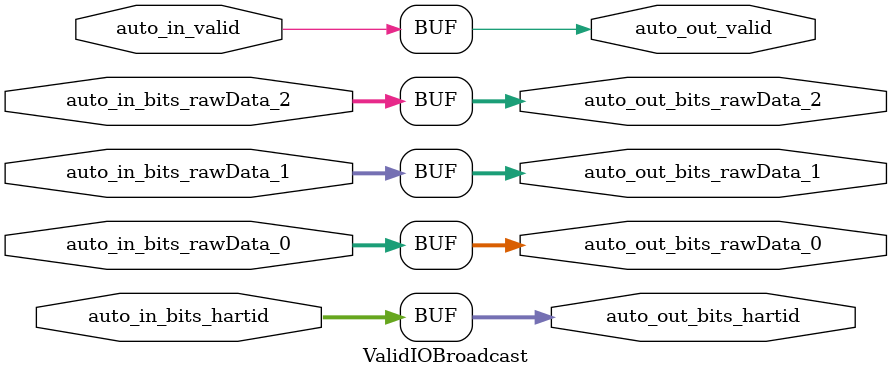
<source format=sv>
`ifndef RANDOMIZE
  `ifdef RANDOMIZE_MEM_INIT
    `define RANDOMIZE
  `endif // RANDOMIZE_MEM_INIT
`endif // not def RANDOMIZE
`ifndef RANDOMIZE
  `ifdef RANDOMIZE_REG_INIT
    `define RANDOMIZE
  `endif // RANDOMIZE_REG_INIT
`endif // not def RANDOMIZE

`ifndef RANDOM
  `define RANDOM $random
`endif // not def RANDOM

// Users can define INIT_RANDOM as general code that gets injected into the
// initializer block for modules with registers.
`ifndef INIT_RANDOM
  `define INIT_RANDOM
`endif // not def INIT_RANDOM

// If using random initialization, you can also define RANDOMIZE_DELAY to
// customize the delay used, otherwise 0.002 is used.
`ifndef RANDOMIZE_DELAY
  `define RANDOMIZE_DELAY 0.002
`endif // not def RANDOMIZE_DELAY

// Define INIT_RANDOM_PROLOG_ for use in our modules below.
`ifndef INIT_RANDOM_PROLOG_
  `ifdef RANDOMIZE
    `ifdef VERILATOR
      `define INIT_RANDOM_PROLOG_ `INIT_RANDOM
    `else  // VERILATOR
      `define INIT_RANDOM_PROLOG_ `INIT_RANDOM #`RANDOMIZE_DELAY begin end
    `endif // VERILATOR
  `else  // RANDOMIZE
    `define INIT_RANDOM_PROLOG_
  `endif // RANDOMIZE
`endif // not def INIT_RANDOM_PROLOG_

// Include register initializers in init blocks unless synthesis is set
`ifndef SYNTHESIS
  `ifndef ENABLE_INITIAL_REG_
    `define ENABLE_INITIAL_REG_
  `endif // not def ENABLE_INITIAL_REG_
`endif // not def SYNTHESIS

// Include rmemory initializers in init blocks unless synthesis is set
`ifndef SYNTHESIS
  `ifndef ENABLE_INITIAL_MEM_
    `define ENABLE_INITIAL_MEM_
  `endif // not def ENABLE_INITIAL_MEM_
`endif // not def SYNTHESIS

module ValidIOBroadcast(
  input         auto_in_valid,
  input  [5:0]  auto_in_bits_hartid,
  input  [41:0] auto_in_bits_rawData_0,
  input  [41:0] auto_in_bits_rawData_1,
  input  [41:0] auto_in_bits_rawData_2,
  output        auto_out_valid,
  output [5:0]  auto_out_bits_hartid,
  output [41:0] auto_out_bits_rawData_0,
  output [41:0] auto_out_bits_rawData_1,
  output [41:0] auto_out_bits_rawData_2
);

  assign auto_out_valid = auto_in_valid;
  assign auto_out_bits_hartid = auto_in_bits_hartid;
  assign auto_out_bits_rawData_0 = auto_in_bits_rawData_0;
  assign auto_out_bits_rawData_1 = auto_in_bits_rawData_1;
  assign auto_out_bits_rawData_2 = auto_in_bits_rawData_2;
endmodule


</source>
